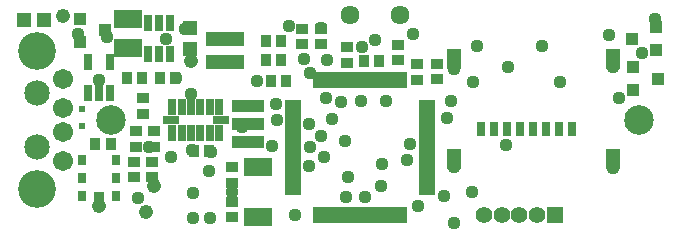
<source format=gts>
G75*
G70*
%OFA0B0*%
%FSLAX24Y24*%
%IPPOS*%
%LPD*%
%AMOC8*
5,1,8,0,0,1.08239X$1,22.5*
%
%ADD10C,0.0986*%
%ADD11R,0.1261X0.0474*%
%ADD12R,0.0297X0.0552*%
%ADD13R,0.0505X0.0493*%
%ADD14R,0.0356X0.0434*%
%ADD15R,0.0434X0.0356*%
%ADD16R,0.0316X0.0493*%
%ADD17R,0.0493X0.0671*%
%ADD18R,0.0552X0.0190*%
%ADD19R,0.0190X0.0552*%
%ADD20R,0.0556X0.0556*%
%ADD21C,0.0556*%
%ADD22C,0.0634*%
%ADD23C,0.1261*%
%ADD24C,0.0848*%
%ADD25C,0.0674*%
%ADD26R,0.0434X0.0395*%
%ADD27R,0.0946X0.0592*%
%ADD28R,0.1104X0.0395*%
%ADD29R,0.0277X0.0552*%
%ADD30R,0.0552X0.0277*%
%ADD31R,0.0237X0.0237*%
%ADD32R,0.0493X0.0505*%
%ADD33R,0.0946X0.0631*%
%ADD34R,0.0316X0.0356*%
%ADD35R,0.0356X0.0316*%
%ADD36C,0.0437*%
%ADD37C,0.0476*%
D10*
X003686Y004090D03*
X021286Y004090D03*
D11*
X007503Y006007D03*
X007503Y006794D03*
D12*
X005672Y006282D03*
X005298Y006282D03*
X004924Y006282D03*
X003664Y006007D03*
X002916Y006007D03*
X002916Y004983D03*
X003290Y004983D03*
X003664Y004983D03*
X004924Y007306D03*
X005298Y007306D03*
X005672Y007306D03*
D13*
X006322Y007139D03*
X006322Y006450D03*
D14*
X005830Y005495D03*
X005318Y005495D03*
X004727Y005495D03*
X004215Y005495D03*
X008861Y006086D03*
X009373Y006086D03*
X009373Y006715D03*
X008861Y006715D03*
X009019Y005377D03*
X009530Y005377D03*
X012129Y006046D03*
X012641Y006046D03*
X006971Y003054D03*
X006460Y003054D03*
X003680Y003267D03*
X003168Y003267D03*
D15*
X004511Y003192D03*
X005141Y003192D03*
X005141Y003704D03*
X004511Y003704D03*
X004747Y004294D03*
X004747Y004806D03*
X010062Y006617D03*
X010692Y006617D03*
X011558Y006499D03*
X011558Y005987D03*
X013251Y006066D03*
X013897Y005932D03*
X014550Y005948D03*
X014550Y005436D03*
X013897Y005420D03*
X013251Y006578D03*
X010692Y007129D03*
X010062Y007129D03*
X005062Y002680D03*
X004471Y002680D03*
X004471Y002168D03*
X005062Y002168D03*
X007739Y001991D03*
X007739Y002503D03*
X007739Y001361D03*
X007739Y000849D03*
D16*
X016015Y003790D03*
X016448Y003790D03*
X016881Y003790D03*
X017314Y003790D03*
X017747Y003790D03*
X018180Y003790D03*
X018613Y003790D03*
X019046Y003790D03*
D17*
X020416Y002794D03*
X015121Y002794D03*
X015121Y006101D03*
X020416Y006101D03*
D18*
X014235Y004649D03*
X014235Y004452D03*
X014235Y004255D03*
X014235Y004058D03*
X014235Y003861D03*
X014235Y003664D03*
X014235Y003467D03*
X014235Y003271D03*
X014235Y003074D03*
X014235Y002877D03*
X014235Y002680D03*
X014235Y002483D03*
X014235Y002286D03*
X014235Y002089D03*
X014235Y001893D03*
X014235Y001696D03*
X009747Y001696D03*
X009747Y001893D03*
X009747Y002089D03*
X009747Y002286D03*
X009747Y002483D03*
X009747Y002680D03*
X009747Y002877D03*
X009747Y003074D03*
X009747Y003271D03*
X009747Y003467D03*
X009747Y003664D03*
X009747Y003861D03*
X009747Y004058D03*
X009747Y004255D03*
X009747Y004452D03*
X009747Y004649D03*
D19*
X010515Y005416D03*
X010711Y005416D03*
X010908Y005416D03*
X011105Y005416D03*
X011302Y005416D03*
X011499Y005416D03*
X011696Y005416D03*
X011893Y005416D03*
X012089Y005416D03*
X012286Y005416D03*
X012483Y005416D03*
X012680Y005416D03*
X012877Y005416D03*
X013074Y005416D03*
X013271Y005416D03*
X013467Y005416D03*
X013467Y000928D03*
X013271Y000928D03*
X013074Y000928D03*
X012877Y000928D03*
X012680Y000928D03*
X012483Y000928D03*
X012286Y000928D03*
X012089Y000928D03*
X011893Y000928D03*
X011696Y000928D03*
X011499Y000928D03*
X011302Y000928D03*
X011105Y000928D03*
X010908Y000928D03*
X010711Y000928D03*
X010515Y000928D03*
D20*
X018487Y000928D03*
D21*
X017897Y000928D03*
X017306Y000928D03*
X016715Y000928D03*
X016125Y000928D03*
D22*
X013339Y007582D03*
X011666Y007582D03*
D23*
X001243Y006381D03*
X001243Y001774D03*
D24*
X001243Y003172D03*
X001243Y004983D03*
D25*
X002082Y005456D03*
X002082Y004471D03*
X002082Y003684D03*
X002082Y002700D03*
D26*
X002660Y006696D03*
X003487Y007070D03*
X002660Y007444D03*
X021046Y006794D03*
X021873Y006420D03*
X021086Y005830D03*
X021912Y005456D03*
X021086Y005082D03*
X021873Y007168D03*
D27*
X008605Y002503D03*
X008605Y000849D03*
D28*
X008271Y003349D03*
X008271Y003940D03*
X008271Y004550D03*
D29*
X007306Y004511D03*
X006991Y004511D03*
X006676Y004511D03*
X006361Y004511D03*
X006046Y004511D03*
X005731Y004511D03*
X005731Y003645D03*
X006046Y003645D03*
X006361Y003645D03*
X006676Y003645D03*
X006991Y003645D03*
X007306Y003645D03*
D30*
X007345Y004078D03*
X005692Y004078D03*
D31*
X002739Y003881D03*
X002739Y004432D03*
D32*
X001469Y007424D03*
X000780Y007424D03*
D33*
X004274Y007434D03*
X004274Y006469D03*
D34*
X003861Y002739D03*
X002719Y002739D03*
X002719Y002149D03*
X003861Y002149D03*
X003861Y001558D03*
X002719Y001558D03*
D35*
X003290Y001538D03*
D36*
X004589Y001479D03*
X006440Y001637D03*
X007739Y001676D03*
X006952Y002385D03*
X005692Y002857D03*
X006400Y003074D03*
X007030Y003015D03*
X009058Y003211D03*
X010337Y003172D03*
X010692Y003546D03*
X011479Y003369D03*
X010810Y002857D03*
X010298Y002542D03*
X011597Y002188D03*
X012700Y001873D03*
X012149Y001519D03*
X011519Y001519D03*
X009826Y000928D03*
X006991Y000810D03*
X006440Y000810D03*
X012739Y002621D03*
X013566Y002739D03*
X013645Y003271D03*
X015141Y002523D03*
X016873Y003231D03*
X014904Y004156D03*
X015023Y004708D03*
X015771Y005337D03*
X015141Y005790D03*
X016912Y005849D03*
X018645Y005337D03*
X020416Y005830D03*
X021400Y006322D03*
X020298Y006912D03*
X021834Y007463D03*
X018054Y006558D03*
X015889Y006558D03*
X013763Y006952D03*
X012503Y006755D03*
X012070Y006499D03*
X010889Y006086D03*
X010141Y006125D03*
X010337Y005652D03*
X008566Y005377D03*
X009196Y004629D03*
X009235Y004078D03*
X010298Y003960D03*
X011046Y004117D03*
X011361Y004668D03*
X010849Y004826D03*
X012030Y004727D03*
X012857Y004727D03*
X008054Y003861D03*
X006361Y004944D03*
X005869Y005495D03*
X003290Y005397D03*
X005534Y006794D03*
X006145Y007109D03*
X003566Y006834D03*
X002601Y006932D03*
X009629Y007227D03*
X010692Y007149D03*
X020613Y004806D03*
X020416Y002483D03*
X015731Y001676D03*
X014786Y001558D03*
X013920Y001204D03*
X015141Y000652D03*
X004944Y003192D03*
D37*
X003290Y001204D03*
X004865Y001007D03*
X005141Y001873D03*
X006361Y006046D03*
X004235Y007385D03*
X002109Y007542D03*
M02*

</source>
